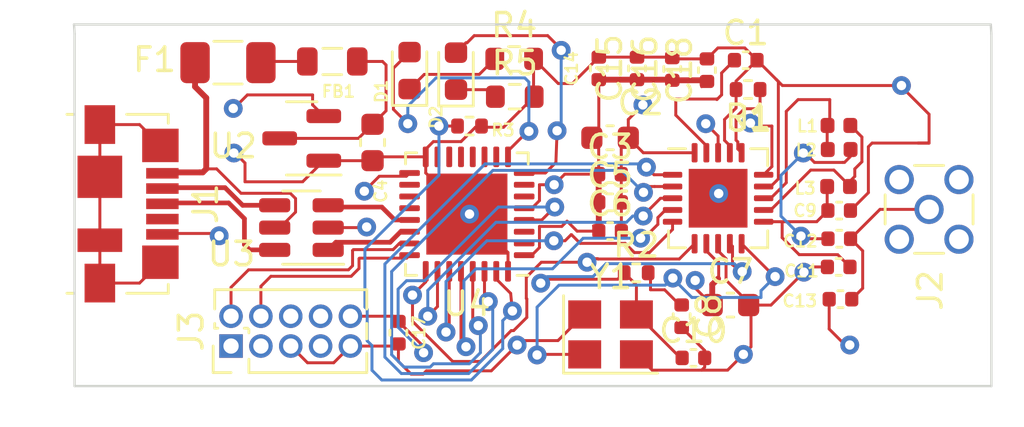
<source format=kicad_pcb>
(kicad_pcb (version 20221018) (generator pcbnew)
  (layers (0 "F.Cu" signal) (1 "In1.Cu" power) (2 "In2.Cu" power) (31 "B.Cu" signal) (34 "B.Paste" user) (35 "F.Paste" user) (36 "B.SilkS" user "B.Silkscreen") (37 "F.SilkS" user "F.Silkscreen") (38 "B.Mask" user) (39 "F.Mask" user) (44 "Edge.Cuts" user))
  (net 0 "")
  (net 1 "Net-(U1-DVDD)")
  (net 2 "GND")
  (net 3 "+3V3")
  (net 4 "Net-(U2-VI)")
  (net 5 "NRF_XC1")
  (net 6 "NRF_VDD_PA")
  (net 7 "NRF_XC2")
  (net 8 "Net-(J2-In)")
  (net 9 "Net-(C12-Pad2)")
  (net 10 "NRST")
  (net 11 "Net-(D1-K)")
  (net 12 "Net-(D1-A)")
  (net 13 "Net-(D2-K)")
  (net 14 "Net-(D2-A)")
  (net 15 "Net-(F1-Pad1)")
  (net 16 "+5V")
  (net 17 "USB_CONN_D-")
  (net 18 "USB_CONN_D+")
  (net 20 "unconnected-(J1-Shield-Pad6)")
  (net 21 "SWDIO")
  (net 22 "SWCLK")
  (net 26 "NRF_ANT2")
  (net 27 "NRF_ANT1")
  (net 28 "Net-(U1-IREF)")
  (net 29 "Net-(U4-PH3)")
  (net 30 "NRF_CE")
  (net 31 "SPI3_!CS")
  (net 32 "SPI3_SCK")
  (net 33 "SPI3_MOSI")
  (net 34 "SPI3_MISO")
  (net 35 "NRF_IRQ")
  (net 36 "USB_D+")
  (net 37 "USB_D-")
  (footprint "Capacitor_SMD:C_0603_1608Metric" (layer "F.Cu") (at 97.9 81.55)
    (fp_text reference "C7")
    (fp_text value "10u")
  )
  (footprint "Inductor_SMD:L_0805_2012Metric" (layer "F.Cu") (at 80.9625 71.175 180)
    (fp_text reference "FB1")
    (fp_text value "100 @ 100MHz")
  )
  (footprint "Capacitor_SMD:C_0402_1005Metric" (layer "F.Cu") (at 96.325 83.8)
    (fp_text reference "C10")
    (fp_text value "12p")
  )
  (footprint "Capacitor_SMD:C_0402_1005Metric" (layer "F.Cu") (at 92.775 75.975)
    (fp_text reference "C3")
    (fp_text value "10n")
  )
  (footprint "Capacitor_SMD:C_0402_1005Metric" (layer "F.Cu") (at 98.55 71.12)
    (fp_text reference "C1")
    (fp_text value "33n")
  )
  (footprint "Capacitor_SMD:C_0402_1005Metric" (layer "F.Cu") (at 102.505 79.925)
    (fp_text reference "C11")
    (fp_text value "4p7")
  )
  (footprint "Inductor_SMD:L_0402_1005Metric" (layer "F.Cu") (at 102.525 74.925)
    (fp_text reference "L2")
    (fp_text value "3n9")
  )
  (footprint "Capacitor_SMD:C_0603_1608Metric" (layer "F.Cu") (at 82.675 74.625 -90)
    (fp_text reference "C4")
    (fp_text value "10u")
  )
  (footprint "Connector_Coaxial:MMCX_Molex_73415-1471_Vertical" (layer "F.Cu") (at 106.35 77.475 90)
    (fp_text reference "J2")
    (fp_text value "SMA")
  )
  (footprint "Package_DFN_QFN:QFN-32-1EP_5x5mm_P0.5mm_EP3.45x3.45mm" (layer "F.Cu") (at 86.6875 77.675 180)
    (fp_text reference "U4")
    (fp_text value "STM32L432KBU6")
  )
  (footprint "Capacitor_SMD:C_0402_1005Metric" (layer "F.Cu") (at 96.9 71.545 90)
    (fp_text reference "C18")
    (fp_text value "100n")
  )
  (footprint "LED_SMD:LED_0603_1608Metric" (layer "F.Cu") (at 84.25 71.5625 90)
    (fp_text reference "D1")
    (fp_text value "GR")
  )
  (footprint "Crystal:Crystal_SMD_3225-4Pin_3.2x2.5mm" (layer "F.Cu") (at 92.8 82.8)
    (fp_text reference "Y1")
    (fp_text value "16MHz")
  )
  (footprint "Fuse:Fuse_1206_3216Metric" (layer "F.Cu") (at 76.525 71.225 180)
    (fp_text reference "F1")
    (fp_text value "100mA")
  )
  (footprint "Resistor_SMD:R_0402_1005Metric" (layer "F.Cu") (at 93.89 80.175)
    (fp_text reference "R2")
    (fp_text value "1M")
  )
  (footprint "Capacitor_SMD:C_0402_1005Metric" (layer "F.Cu") (at 102.525 77.525 180)
    (fp_text reference "C9")
    (fp_text value "2n2")
  )
  (footprint "Capacitor_SMD:C_0402_1005Metric" (layer "F.Cu") (at 92.78 78.4)
    (fp_text reference "C6")
    (fp_text value "10n")
  )
  (footprint "Capacitor_SMD:C_0402_1005Metric" (layer "F.Cu") (at 93.925 71.47 90)
    (fp_text reference "C15")
    (fp_text value "100n")
  )
  (footprint "Inductor_SMD:L_0402_1005Metric" (layer "F.Cu") (at 102.5 76.5)
    (fp_text reference "L3")
    (fp_text value "2n7")
  )
  (footprint "Resistor_SMD:R_0402_1005Metric" (layer "F.Cu") (at 98.65 72.37 180)
    (fp_text reference "R1")
    (fp_text value "22k")
  )
  (footprint "LED_SMD:LED_0603_1608Metric" (layer "F.Cu") (at 86.225 71.5875 90)
    (fp_text reference "D2")
    (fp_text value "YE")
  )
  (footprint "Capacitor_SMD:C_0402_1005Metric" (layer "F.Cu") (at 92.3 71.47 90)
    (fp_text reference "C14")
    (fp_text value "1u")
  )
  (footprint "Resistor_SMD:R_0402_1005Metric" (layer "F.Cu") (at 86.8 73.925)
    (fp_text reference "R3")
    (fp_text value "10k")
  )
  (footprint "Capacitor_SMD:C_0603_1608Metric" (layer "F.Cu") (at 92.78 74.425)
    (fp_text reference "C2")
    (fp_text value "10u")
  )
  (footprint "Resistor_SMD:R_0603_1608Metric" (layer "F.Cu") (at 88.7 71.065)
    (fp_text reference "R4")
    (fp_text value "2k2")
  )
  (footprint "Package_DFN_QFN:QFN-20-1EP_4x4mm_P0.5mm_EP2.5x2.5mm" (layer "F.Cu") (at 97.375 77)
    (fp_text reference "U1")
    (fp_text value "nRF24L01P")
  )
  (footprint "Resistor_SMD:R_0603_1608Metric" (layer "F.Cu") (at 88.725 72.675)
    (fp_text reference "R5")
    (fp_text value "2k2")
  )
  (footprint "Connector_PinHeader_1.27mm:PinHeader_2x05_P1.27mm_Vertical" (layer "F.Cu") (at 76.655 83.295 90)
    (fp_text reference "J3")
    (fp_text value "ARM 10pin")
  )
  (footprint "Capacitor_SMD:C_0402_1005Metric" (layer "F.Cu") (at 83.775 82.725 -90)
    (fp_text reference "C17")
    (fp_text value "100n")
  )
  (footprint "Capacitor_SMD:C_0402_1005Metric" (layer "F.Cu") (at 92.78 77.175)
    (fp_text reference "C5")
    (fp_text value "10n")
  )
  (footprint "Package_TO_SOT_SMD:SOT-23-6" (layer "F.Cu") (at 79.65 78.25 180)
    (fp_text reference "U3")
    (fp_text value "USBLC6-2SC6")
  )
  (footprint "Capacitor_SMD:C_0402_1005Metric" (layer "F.Cu") (at 95.825 82.025 -90)
    (fp_text reference "C8")
    (fp_text value "12p")
  )
  (footprint "Inductor_SMD:L_0402_1005Metric" (layer "F.Cu") (at 102.515 73.9)
    (fp_text reference "L1")
    (fp_text value "8n2")
  )
  (footprint "Capacitor_SMD:C_0402_1005Metric" (layer "F.Cu") (at 102.53 78.725 180)
    (fp_text reference "C12")
    (fp_text value "1p5")
  )
  (footprint "Capacitor_SMD:C_0402_1005Metric" (layer "F.Cu") (at 95.425 71.495 90)
    (fp_text reference "C16")
    (fp_text value "100n")
  )
  (footprint "Connector_USB:USB_Micro-B_Molex_47346-0001" (layer "F.Cu") (at 72.275 77.2375 -90)
    (fp_text reference "J1")
    (fp_text value "USB_B_Micro")
  )
  (footprint "Capacitor_SMD:C_0402_1005Metric" (layer "F.Cu") (at 102.58 81.3)
    (fp_text reference "C13")
    (fp_text value "1p")
  )
  (footprint "Package_TO_SOT_SMD:SOT-23" (layer "F.Cu") (at 79.6625 74.45 180)
    (fp_text reference "U2")
    (fp_text value "XC6206P332MR")
  )
  (gr_line (start 69.975 69.6) (end 108.975 69.6) (stroke (width 0.1)) (layer "Edge.Cuts"))
  (gr_line (start 108.975 69.6) (end 109 70) (stroke (width 0.1)) (layer "Edge.Cuts"))
  (gr_line (start 109 85) (end 70 85) (stroke (width 0.1)) (layer "Edge.Cuts"))
  (gr_line (start 70 85) (end 70 70) (stroke (width 0.1)) (layer "Edge.Cuts"))
  (gr_line (start 69.975 69.6) (end 70 70) (stroke (width 0.1)) (layer "Edge.Cuts"))
  (gr_line (start 109 70) (end 109 85) (stroke (width 0.1)) (layer "Edge.Cuts"))
  (segment (start 97.325 72.796091) (end 97.525 72.596091) (width 0.125) (layer "F.Cu") (net 1))
  (segment (start 95.575 73.461091) (end 95.575 72.775) (width 0.125) (layer "F.Cu") (net 1))
  (segment (start 95.575 72.775) (end 97.303909 72.775) (width 0.125) (layer "F.Cu") (net 1))
  (segment (start 96.875 75.0625) (end 96.875 74.761091) (width 0.125) (layer "F.Cu") (net 1))
  (segment (start 96.875 74.761091) (end 95.575 73.461091) (width 0.125) (layer "F.Cu") (net 1))
  (segment (start 97.525 71.665) (end 98.07 71.12) (width 0.125) (layer "F.Cu") (net 1))
  (segment (start 97.303909 72.775) (end 97.325 72.796091) (width 0.125) (layer "F.Cu") (net 1))
  (segment (start 97.525 72.596091) (end 97.525 71.665) (width 0.125) (layer "F.Cu") (net 1))
  (segment (start 97.3675 70.5975) (end 98.5075 70.5975) (width 0.125) (layer "F.Cu") (net 2))
  (segment (start 82.425 78.225) (end 82.4 78.25) (width 0.125) (layer "F.Cu") (net 2))
  (segment (start 89.525 71.065) (end 90.575 72.115) (width 0.125) (layer "F.Cu") (net 2))
  (segment (start 99.8425 71.9325) (end 99.03 71.12) (width 0.125) (layer "F.Cu") (net 2))
  (segment (start 89.525 71.065) (end 89.525 72.65) (width 0.125) (layer "F.Cu") (net 2))
  (segment (start 95.475 71.065) (end 95.425 71.015) (width 0.125) (layer "F.Cu") (net 2))
  (segment (start 79.195 83.295) (end 79.9075 84.0075) (width 0.125) (layer "F.Cu") (net 2))
  (segment (start 82.35 78.25) (end 82.425 78.225) (width 0.125) (layer "F.Cu") (net 2))
  (segment (start 98.45 83.65) (end 98.775 83.325) (width 0.125) (layer "F.Cu") (net 2))
  (segment (start 105.175 72.2) (end 105.125 72.2) (width 0.125) (layer "F.Cu") (net 2))
  (segment (start 106.35 73.425) (end 105.175 72.25) (width 0.125) (layer "F.Cu") (net 2))
  (segment (start 105.175 72.2) (end 100.11 72.2) (width 0.125) (layer "F.Cu") (net 2))
  (segment (start 93.255 74.725) (end 93.255 75.975) (width 0.125) (layer "F.Cu") (net 2))
  (segment (start 98.14 72.37) (end 98.14 73.154886) (width 0.125) (layer "F.Cu") (net 2))
  (segment (start 87.051439 73.975) (end 86.438939 74.5875) (width 0.125) (layer "F.Cu") (net 2))
  (segment (start 76.775 75.075) (end 76.775 75.025) (width 0.125) (layer "F.Cu") (net 2))
  (segment (start 80.7875 78.25) (end 82.35 78.25) (width 0.125) (layer "F.Cu") (net 2))
  (segment (start 96.9 71.065) (end 97.3675 70.5975) (width 0.125) (layer "F.Cu") (net 2))
  (segment (start 97.875 74.761091) (end 97.875 75.0625) (width 0.125) (layer "F.Cu") (net 2))
  (segment (start 89.525 72.65) (end 89.55 72.675) (width 0.125) (layer "F.Cu") (net 2))
  (segment (start 84.823956 84.49225) (end 84.31725 84.49225) (width 0.125) (layer "F.Cu") (net 2))
  (segment (start 97.65 74.536091) (end 97.875 74.761091) (width 0.125) (layer "F.Cu") (net 2))
  (segment (start 95.425 71.015) (end 95.4 70.99) (width 0.125) (layer "F.Cu") (net 2))
  (segment (start 105.125 72.2) (end 105.175 72.25) (width 0.125) (layer "F.Cu") (net 2))
  (segment (start 99.9375 72.0275) (end 99.8425 71.9325) (width 0.125) (layer "F.Cu") (net 2))
  (segment (start 103.7675 74.8075) (end 103.7675 76.7625) (width 0.125) (layer "F.Cu") (net 2))
  (segment (start 102.1 80) (end 102.025 79.925) (width 0.125) (layer "F.Cu") (net 2))
  (segment (start 98.14 72.01) (end 99.03 71.12) (width 0.125) (layer "F.Cu") (net 2))
  (segment (start 106.35 74.65) (end 106.35 73.425) (width 0.125) (layer "F.Cu") (net 2))
  (segment (start 77.25 76.3) (end 77.25 75.5) (width 0.125) (layer "F.Cu") (net 2))
  (segment (start 105.175 72.25) (end 105.175 72.2) (width 0.125) (layer "F.Cu") (net 2))
  (segment (start 97.7775 84.3225) (end 98.45 83.65) (width 0.125) (layer "F.Cu") (net 2))
  (segment (start 76.825 75.075) (end 76.775 75.075) (width 0.125) (layer "F.Cu") (net 2))
  (segment (start 102.025 79.925) (end 101.25 79.925) (width 0.125) (layer "F.Cu") (net 2))
  (segment (start 96.9 71.065) (end 95.475 71.065) (width 0.125) (layer "F.Cu") (net 2))
  (segment (start 101.025 80.15) (end 101.075 80.1) (width 0.125) (layer "F.Cu") (net 2))
  (segment (start 76.05 78.5) (end 76.15 78.6) (width 0.125) (layer "F.Cu") (net 2))
  (segment (start 84.31725 84.49225) (end 83.775 83.95) (width 0.125) (layer "F.Cu") (net 2))
  (segment (start 102.95 83.25) (end 102.975 83.225) (width 0.125) (layer "F.Cu") (net 2))
  (segment (start 89.55 72.675) (end 88.25 73.975) (width 0.125) (layer "F.Cu") (net 2))
  (segment (start 88.4375 79.3125) (end 88.4375 80.1125) (width 0.125) (layer "F.Cu") (net 2))
  (segment (start 85.261091 74.5875) (end 84.9375 74.911091) (width 0.125) (layer "F.Cu") (net 2))
  (segment (start 95.4 70.99) (end 93.925 70.99) (width 0.125) (layer "F.Cu") (net 2))
  (segment (start 88.25 73.975) (end 87.051439 73.975) (width 0.125) (layer "F.Cu") (net 2))
  (segment (start 93.555 73.645) (end 93.555 74.425) (width 0.125) (layer "F.Cu") (net 2))
  (segment (start 79.7 76.3) (end 77.25 76.3) (width 0.125) (layer "F.Cu") (net 2))
  (segment (start 99.9375 76.176409) (end 99.9375 72.0275) (width 0.125) (layer "F.Cu") (net 2))
  (segment (start 88.825517 83.251224) (end 87.726741 84.35) (width 0.125) (layer "F.Cu") (net 2))
  (segment (start 97.65 73.644886) (end 97.65 74.536091) (width 0.125) (layer "F.Cu") (net 2))
  (segment (start 76.775 75.025) (end 76.8 75.05) (width 0.125) (layer "F.Cu") (net 2))
  (segment (start 98.5075 70.5975) (end 99.03 71.12) (width 0.125) (layer "F.Cu") (net 2))
  (segment (start 102.975 83.25) (end 102.95 83.25) (width 0.125) (layer "F.Cu") (net 2))
  (segment (start 90.5625 83.0625) (end 91.675 81.95) (width 0.125) (layer "F.Cu") (net 2))
  (segment (start 93.255 77.17) (end 93.26 77.175) (width 0.125) (layer "F.Cu") (net 2))
  (segment (start 97.7125 80.4875) (end 98.775 81.55) (width 0.125) (layer "F.Cu") (net 2))
  (segment (start 98.775 83.325) (end 98.775 81.55) (width 0.125) (layer "F.Cu") (net 2))
  (segment (start 96.675 84.3225) (end 97.7775 84.3225) (width 0.125) (layer "F.Cu") (net 2))
  (segment (start 103.925 74.65) (end 103.7675 74.8075) (width 0.125) (layer "F.Cu") (net 2))
  (segment (start 99.3125 76.5) (end 99.613909 76.5) (width 0.125) (layer "F.Cu") (net 2))
  (segment (start 102.1 81.3) (end 101.925 81.125) (width 0.125) (layer "F.Cu") (net 2))
  (segment (start 96.805 84.1925) (end 96.675 84.3225) (width 0.125) (layer "F.Cu") (net 2))
  (segment (start 83.775 83.95) (end 83.775 83.205) (width 0.125) (layer "F.Cu") (net 2))
  (segment (start 101.025 80.15) (end 99.625 81.55) (width 0.125) (layer "F.Cu") (net 2))
  (segment (start 99.625 81.55) (end 98.675 81.55) (width 0.125) (layer "F.Cu") (net 2))
  (segment (start 94.1925 75.0625) (end 93.555 74.425) (width 0.125) (layer "F.Cu") (net 2))
  (segment (start 82.8375 75.2375) (end 82.675 75.4) (width 0.125) (layer "F.Cu") (net 2))
  (segment (start 102.975 83.25) (end 102.78 83.25) (width 0.125) (layer "F.Cu") (net 2))
  (segment (start 93.9 83.65) (end 94.5725 84.3225) (width 0.125) (layer "F.Cu") (net 2))
  (segment (start 100.11 72.2) (end 99.8425 71.9325) (width 0.125) (layer "F.Cu") (net 2))
  (segment (start 86.8 77.675) (end 86.6875 77.675) (width 0.125) (layer "F.Cu") (net 2))
  (segment (start 82.675 75.4) (end 80.6 75.4) (width 0.125) (layer "F.Cu") (net 2))
  (segment (start 93.555 74.425) (end 93.255 74.725) (width 0.125) (layer "F.Cu") (net 2))
  (segment (start 101.25 79.925) (end 101.025 80.15) (width 0.125) (layer "F.Cu") (net 2))
  (segment (start 90.575 72.115) (end 91.175 72.115) (width 0.125) (layer "F.Cu") (net 2))
  (segment (start 97.375 79.238909) (end 97.7125 79.576409) (width 0.125) (layer "F.Cu") (net 2))
  (segment (start 97.7125 79.576409) (end 97.7125 80.4875) (width 0.125) (layer "F.Cu") (net 2))
  (segment (start 84.966206 84.35) (end 84.823956 84.49225) (width 0.125) (layer "F.Cu") (net 2))
  (segment (start 96.805 83.485) (end 96.805 83.8) (width 0.125) (layer "F.Cu") (net 2))
  (segment (start 84.9375 75.2375) (end 82.8375 75.2375) (width 0.125) (layer "F.Cu") (net 2))
  (segment (start 88.825517 83.251224) (end 89.014241 83.0625) (width 0.125) (layer "F.Cu") (net 2))
  (segment (start 102.1 81.3) (end 102.1 82.57) (width 0.125) (layer "F.Cu") (net 2))
  (segment (start 94.5725 84.3225) (end 96.675 84.3225) (width 0.125) (layer "F.Cu") (net 2))
  (segment (start 99.613909 76.5) (end 99.9375 76.176409) (width 0.125) (layer "F.Cu") (net 2))
  (segment (start 81.0225 84.0075) (end 81.735 83.295) (width 0.125) (layer "F.Cu") (net 2))
  (segment (start 77.25 75.5) (end 76.825 75.075) (width 0.125) (layer "F.Cu") (net 2))
  (segment (start 98.14 73.154886) (end 97.65 73.644886) (width 0.125) (layer "F.Cu") (net 2))
  (segment (start 74.175 78.5) (end 76.05 78.5) (width 0.125) (layer "F.Cu") (net 2))
  (segment (start 95.825 82.505) (end 96.805 83.485) (width 0.125) (layer "F.Cu") (net 2))
  (segment (start 82.4 78.25) (end 82.375 78.25) (width 0.125) (layer "F.Cu") (net 2))
  (segment (start 98.14 72.37) (end 98.14 72.01) (width 0.125) (layer "F.Cu") (net 2))
  (segment (start 103.7675 76.7625) (end 103.005 77.525) (width 0.125) (layer "F.Cu") (net 2))
  (segment (start 94.175 73.025) (end 93.555 73.645) (width 0.125) (layer "F.Cu") (net 2))
  (segment (start 83.685 83.295) (end 81.735 83.295) (width 0.125) (layer "F.Cu") (net 2))
  (segment (start 86.438939 74.5875) (end 85.261091 74.5875) (width 0.125) (layer "F.Cu") (net 2))
  (segment (start 80.6 75.4) (end 79.7 76.3) (width 0.125) (layer "F.Cu") (net 2))
  (segment (start 84.9375 75.925) (end 86.8 77.675) (width 0.125) (layer "F.Cu") (net 2))
  (segment (start 102.975 83.225) (end 102.975 83.25) (width 0.125) (layer "F.Cu") (net 2))
  (segment (start 96.375 75.0625) (end 94.1925 75.0625) (width 0.125) (layer "F.Cu") (net 2))
  (segment (start 91.675 81.95) (end 91.7 81.95) (width 0.125) (layer "F.Cu") (net 2))
  (segment (start 97.375 78.9375) (end 97.375 79.238909) (width 0.125) (layer "F.Cu") (net 2))
  (segment (start 79.9075 84.0075) (end 81.0225 84.0075) (width 0.125) (layer "F.Cu") (net 2))
  (segment (start 86.8 77.675) (end 88.4375 79.3125) (width 0.125) (layer "F.Cu") (net 2))
  (segment (start 89.014241 83.0625) (end 90.5625 83.0625) (width 0.125) (layer "F.Cu") (net 2))
  (segment (start 93.255 75.975) (end 93.255 77.17) (width 0.125) (layer "F.Cu") (net 2))
  (segment (start 87.726741 84.35) (end 84.966206 84.35) (width 0.125) (layer "F.Cu") (net 2))
  (segment (start 84.9375 74.911091) (end 84.9375 75.2375) (width 0.125) (layer "F.Cu") (net 2))
  (segment (start 93.26 77.175) (end 93.26 78.4) (width 0.125) (layer "F.Cu") (net 2))
  (segment (start 93.925 70.99) (end 92.3 70.99) (width 0.125) (layer "F.Cu") (net 2))
  (segment (start 105.88 74.65) (end 106.35 74.65) (width 0.125) (layer "F.Cu") (net 2))
  (segment (start 106.35 74.65) (end 103.925 74.65) (width 0.125) (layer "F.Cu") (net 2))
  (segment (start 83.775 83.205) (end 83.685 83.295) (width 0.125) (layer "F.Cu") (net 2))
  (segment (start 102.78 83.25) (end 102.1 82.57) (width 0.125) (layer "F.Cu") (net 2))
  (segment (start 84.9375 75.2375) (end 84.9375 75.925) (width 0.125) (layer "F.Cu") (net 2))
  (segment (start 91.175 72.115) (end 92.3 70.99) (width 0.125) (layer "F.Cu") (net 2))
  (segment (start 96.805 83.8) (end 96.805 84.1925) (width 0.125) (layer "F.Cu") (net 2))
  (via (at 98.45 83.65) (size 0.8) (drill 0.4) (layers "F.Cu" "B.Cu") (net 2))
  (via (at 102.975 83.25) (size 0.8) (drill 0.4) (layers "F.Cu" "B.Cu") (net 2))
  (via (at 105.175 72.2) (size 0.8) (drill 0.4) (layers "F.Cu" "B.Cu") (net 2))
  (via (at 86.8 77.675) (size 0.8) (drill 0.4) (layers "F.Cu" "B.Cu") (net 2))
  (via (at 94.175 73.025) (size 0.8) (drill 0.4) (layers "F.Cu" "B.Cu") (net 2))
  (via (at 88.825517 83.251224) (size 0.8) (drill 0.4) (layers "F.Cu" "B.Cu") (net 2))
  (via (at 82.425 78.225) (size 0.8) (drill 0.4) (layers "F.Cu" "B.Cu") (net 2))
  (via (at 101.025 80.15) (size 0.8) (drill 0.4) (layers "F.Cu" "B.Cu") (net 2))
  (via (at 76.775 75.075) (size 0.8) (drill 0.4) (layers "F.Cu" "B.Cu") (net 2))
  (via (at 76.15 78.6) (size 0.8) (drill 0.4) (layers "F.Cu" "B.Cu") (net 2))
  (via (at 97.4 76.8) (size 0.8) (drill 0.4) (layers "F.Cu" "B.Cu") (net 2))
  (segment (start 99.6625 73.925) (end 98.825 73.925) (width 0.125) (layer "F.Cu") (net 3))
  (segment (start 96.3 80.725) (end 96.4 80.5) (width 0.125) (layer "F.Cu") (net 3))
  (segment (start 97.4 79.725) (end 97.4 80.4) (width 0.125) (layer "F.Cu") (net 3))
  (segment (start 90.4 76.425) (end 89.775 76.425) (width 0.125) (layer "F.Cu") (net 3))
  (segment (start 97.375 75.0625) (end 97.375 74.35) (width 0.125) (layer "F.Cu") (net 3))
  (segment (start 76.75 73.2) (end 76.8 73.15) (width 0.125) (layer "F.Cu") (net 3))
  (segment (start 91.375 78.4) (end 92.3 78.4) (width 0.125) (layer "F.Cu") (net 3))
  (segment (start 89.125 79.425) (end 89.451409 79.425) (width 0.125) (layer "F.Cu") (net 3))
  (segment (start 92.295 74.715) (end 92.005 74.425) (width 0.125) (layer "F.Cu") (net 3))
  (segment (start 89.775 78.2) (end 90.725 78.2) (width 0.125) (layer "F.Cu") (net 3))
  (segment (start 90.95 77.975) (end 91.375 78.4) (width 0.125) (layer "F.Cu") (net 3))
  (segment (start 96.85 71.975) (end 96.9 72.025) (width 0.25) (layer "F.Cu") (net 3))
  (segment (start 97.375 74.35) (end 96.85 73.825) (width 0.125) (layer "F.Cu") (net 3))
  (segment (start 92.295 75.975) (end 92.295 77.17) (width 0.25) (layer "F.Cu") (net 3))
  (segment (start 92.295 75.975) (end 92.295 74.715) (width 0.125) (layer "F.Cu") (net 3))
  (segment (start 82.9625 76.0625) (end 82.325 76.7) (width 0.125) (layer "F.Cu") (net 3))
  (segment (start 92.295 75.975) (end 90.85 75.975) (width 0.125) (layer "F.Cu") (net 3))
  (segment (start 95.425 71.975) (end 96.85 71.975) (width 0.25) (layer "F.Cu") (net 3))
  (segment (start 90.85 75.975) (end 90.4 76.425) (width 0.125) (layer "F.Cu") (net 3))
  (segment (start 80.125 73.025) (end 80.125 72.6) (width 0.125) (layer "F.Cu") (net 3))
  (segment (start 92.3 71.95) (end 92.3 74.13) (width 0.125) (layer "F.Cu") (net 3))
  (segment (start 80.6 73.5) (end 80.125 73.025) (width 0.125) (layer "F.Cu") (net 3))
  (segment (start 89.775 77.101409) (end 89.451409 77.425) (width 0.125) (layer "F.Cu") (net 3))
  (segment (start 96.85 73.825) (end 96.875 73.85) (width 0.125) (layer "F.Cu") (net 3))
  (segment (start 98.825 73.925) (end 98.75 73.85) (width 0.125) (layer "F.Cu") (net 3))
  (segment (start 89.775 76.425) (end 89.775 77.101409) (width 0.125) (layer "F.Cu") (net 3))
  (segment (start 97.125 80.675) (end 97.125 81.55) (width 0.25) (layer "F.Cu") (net 3))
  (segment (start 89.125 77.425) (end 89.451409 77.425) (width 0.125) (layer "F.Cu") (net 3))
  (segment (start 80.125 72.6) (end 77.35 72.6) (width 0.125) (layer "F.Cu") (net 3))
  (segment (start 97.361091 79.725) (end 97.4 79.725) (width 0.125) (layer "F.Cu") (net 3))
  (segment (start 84.1125 76.0625) (end 82.9625 76.0625) (width 0.125) (layer "F.Cu") (net 3))
  (segment (start 89.451409 79.425) (end 89.775 79.101409) (width 0.125) (layer "F.Cu") (net 3))
  (segment (start 96.875 78.9375) (end 96.875 79.238909) (width 0.125) (layer "F.Cu") (net 3))
  (segment (start 76.775 73.175) (end 76.75 73.175) (width 0.125) (layer "F.Cu") (net 3))
  (segment (start 92.075 78.175) (end 92.3 78.4) (width 0.125) (layer "F.Cu") (net 3))
  (segment (start 96.4 80.5) (end 96.3 80.6) (width 0.125) (layer "F.Cu") (net 3))
  (segment (start 92.3 77.175) (end 92.3 78.4) (width 0.25) (layer "F.Cu") (net 3))
  (segment (start 92.295 77.17) (end 92.3 77.175) (width 0.25) (layer "F.Cu") (net 3))
  (segment (start 97.125 81.55) (end 96.3 80.725) (width 0.125) (layer "F.Cu") (net 3))
  (segment (start 97.4 80.4) (end 97.375 80.425) (width 0.125) (layer "F.Cu") (net 3))
  (segment (start 96.875 79.238909) (end 97.361091 79.725) (width 0.125) (layer "F.Cu") (net 3))
  (segment (start 89.775 79.101409) (end 89.775 78.2) (width 0.125) (layer "F.Cu") (net 3))
  (segment (start 96.9 72.025) (end 96.675 72.25) (width 0.125) (layer "F.Cu") (net 3))
  (segment (start 98.7 73.8) (end 98.7 73.8) (width 0.125) (layer "F.Cu") (net 3))
  (segment (start 99.3125 76) (end 99.6625 75.65) (width 0.125) (layer "F.Cu") (net 3))
  (segment (start 92.3 71.95) (end 93.925 71.95) (width 0.25) (layer "F.Cu") (net 3))
  (segment (start 92.3 74.13) (end 92.005 74.425) (width 0.125) (layer "F.Cu") (net 3))
  (segment (start 95.4 71.95) (end 95.425 71.975) (width 0.25) (layer "F.Cu") (net 3))
  (segment (start 77.35 72.6) (end 76.775 73.175) (width 0.125) (layer "F.Cu") (net 3))
  (segment (start 98.75 73.85) (end 98.75 73.8) (width 0.125) (layer "F.Cu") (net 3))
  (segment (start 93.925 71.95) (end 95.4 71.95) (width 0.25) (layer "F.Cu") (net 3))
  (segment (start 90.725 78.2) (end 90.95 77.975) (width 0.125) (layer "F.Cu") (net 3))
  (segment (start 97.375 80.425) (end 97.125 80.675) (width 0.25) (layer "F.Cu") (net 3))
  (segment (start 99.6625 75.65) (end 99.6625 73.925) (width 0.125) (layer "F.Cu") (net 3))
  (segment (start 84.25 75.925) (end 84.1125 76.0625) (width 0.125) (layer "F.Cu") (net 3))
  (segment (start 76.75 73.175) (end 76.75 73.2) (width 0.125) (layer "F.Cu") (net 3))
  (segment (start 98.75 73.8) (end 98.7 73.8) (width 0.125) (layer "F.Cu") (net 3))
  (via (at 76.75 73.175) (size 0.8) (drill 0.4) (layers "F.Cu" "B.Cu") (net 3))
  (via (at 82.325 76.7) (size 0.8) (drill 0.4) (layers "F.Cu" "B.Cu") (net 3))
  (via (at 98.75 73.8) (size 0.8) (drill 0.4) (layers "F.Cu" "B.Cu") (net 3))
  (via (at 96.85 73.825) (size 0.8) (drill 0.4) (layers "F.Cu" "B.Cu") (net 3))
  (via (at 90.4 76.425) (size 0.8) (drill 0.4) (layers "F.Cu" "B.Cu") (net 3))
  (via (at 96.4 80.5) (size 0.8) (drill 0.4) (layers "F.Cu" "B.Cu") (net 3))
  (segment (start 82.075 74.45) (end 78.725 74.45) (width 0.125) (layer "F.Cu") (net 4))
  (segment (start 83.25 71.325) (end 83.25 73.275) (width 0.125) (layer "F.Cu") (net 4))
  (segment (start 82.675 73.85) (end 82.075 74.45) (width 0.125) (layer "F.Cu") (net 4))
  (segment (start 82.025 71.175) (end 83.1 71.175) (width 0.125) (layer "F.Cu") (net 4))
  (segment (start 83.1 71.175) (end 83.25 71.325) (width 0.125) (layer "F.Cu") (net 4))
  (segment (start 83.25 73.275) (end 82.675 73.85) (width 0.125) (layer "F.Cu") (net 4))
  (segment (start 99.8005 80.338079) (end 99.775579 80.338079) (width 0.125) (layer "F.Cu") (net 5))
  (segment (start 89.7 83.65) (end 89.725 83.65) (width 0.125) (layer "F.Cu") (net 5))
  (segment (start 89.75 83.65) (end 89.675 83.675) (width 0.125) (layer "F.Cu") (net 5))
  (segment (start 99.775579 80.338079) (end 98.375 78.9375) (width 0.125) (layer "F.Cu") (net 5))
  (segment (start 95.1 80.9) (end 95.745 81.545) (width 0.125) (layer "F.Cu") (net 5))
  (segment (start 94.5 80.225) (end 94.5 80.9) (width 0.125) (layer "F.Cu") (net 5))
  (segment (start 95.745 81.545) (end 95.825 81.545) (width 0.125) (layer "F.Cu") (net 5))
  (segment (start 91.7 83.65) (end 89.75 83.65) (width 0.125) (layer "F.Cu") (net 5))
  (segment (start 94.5 80.9) (end 95.1 80.9) (width 0.125) (layer "F.Cu") (net 5))
  (segment (start 95.825 81.545) (end 95.8675 81.5875) (width 0.125) (layer "F.Cu") (net 5))
  (segment (start 99.8005 80.338079) (end 99.537421 80.075) (width 0.125) (layer "F.Cu") (net 5))
  (segment (start 89.675 83.675) (end 89.7 83.65) (width 0.125) (layer "F.Cu") (net 5))
  (via (at 89.675 83.675) (size 0.8) (drill 0.4) (layers "F.Cu" "B.Cu") (net 5))
  (via (at 99.8005 80.338079) (size 0.8) (drill 0.4) (layers "F.Cu" "B.Cu") (net 5))
  (via (at 95.45 80.4) (size 0.8) (drill 0.4) (layers "F.Cu" "B.Cu") (net 5))
  (segment (start 95.45 80.416206) (end 95.45 80.4) (width 0.125) (layer "B.Cu") (net 5))
  (segment (start 95.45 80.375) (end 95.45 80.375) (width 0.125) (layer "B.Cu") (net 5))
  (segment (start 99.2 80.938579) (end 99.2 81.225) (width 0.125) (layer "B.Cu") (net 5))
  (segment (start 89.675 81.636612) (end 90.611612 80.7) (width 0.125) (layer "B.Cu") (net 5))
  (segment (start 95.425 80.4) (end 95.45 80.4) (width 0.125) (layer "B.Cu") (net 5))
  (segment (start 89.675 83.675) (end 89.675 81.636612) (width 0.125) (layer "B.Cu") (net 5))
  (segment (start 95.45 80.4) (end 95.45 80.375) (width 0.125) (layer "B.Cu") (net 5))
  (segment (start 96.258794 81.225) (end 95.45 80.416206) (width 0.125) (layer "B.Cu") (net 5))
  (segment (start 94.025 80.7) (end 95.125 80.7) (width 0.125) (layer "B.Cu") (net 5))
  (segment (start 99.2 81.225) (end 96.258794 81.225) (width 0.125) (layer "B.Cu") (net 5))
  (segment (start 99.8005 80.338079) (end 99.2 80.938579) (width 0.125) (layer "B.Cu") (net 5))
  (segment (start 95.125 80.7) (end 95.425 80.4) (width 0.125) (layer "B.Cu") (net 5))
  (segment (start 90.611612 80.7) (end 94.025 80.7) (width 0.125) (layer "B.Cu") (net 5))
  (segment (start 102.015 76.5) (end 102.015 77.495) (width 0.125) (layer "F.Cu") (net 6))
  (segment (start 102.015 77.495) (end 102.045 77.525) (width 0.125) (layer "F.Cu") (net 6))
  (segment (start 100.824294 79.4025) (end 100.1 78.678206) (width 0.125) (layer "F.Cu") (net 6))
  (segment (start 100.1 78.678206) (end 100.1 78) (width 0.125) (layer "F.Cu") (net 6))
  (segment (start 100.1 78) (end 99.3125 78) (width 0.125) (layer "F.Cu") (net 6))
  (segment (start 102.045 77.525) (end 101.57 78) (width 0.125) (layer "F.Cu") (net 6))
  (segment (start 102.4625 79.4025) (end 100.824294 79.4025) (width 0.125) (layer "F.Cu") (net 6))
  (segment (start 102.985 79.925) (end 102.4625 79.4025) (width 0.125) (layer "F.Cu") (net 6))
  (segment (start 101.57 78) (end 100.1 78) (width 0.125) (layer "F.Cu") (net 6))
  (segment (start 95.775 83.8) (end 95.845 83.8) (width 0.125) (layer "F.Cu") (net 7))
  (segment (start 93.925 81.95) (end 95.775 83.8) (width 0.125) (layer "F.Cu") (net 7))
  (segment (start 89.996692 80.45) (end 93.105 80.45) (width 0.125) (layer "F.Cu") (net 7))
  (segment (start 89.828614 80.618078) (end 89.996692 80.45) (width 0.125) (layer "F.Cu") (net 7))
  (segment (start 93.105 80.45) (end 93.38 80.175) (width 0.125) (layer "F.Cu") (net 7))
  (segment (start 97.875 78.9375) (end 97.9875 79.05) (width 0.125) (layer "F.Cu") (net 7))
  (segment (start 93.9 81.95) (end 93.925 81.95) (width 0.125) (layer "F.Cu") (net 7))
  (segment (start 93.38 80.175) (end 93.9 80.695) (width 0.125) (layer "F.Cu") (net 7))
  (segment (start 98.4 80.125) (end 98.2 80.05) (width 0.125) (layer "F.Cu") (net 7))
  (segment (start 93.9 80.695) (end 93.9 81.95) (width 0.125) (layer "F.Cu") (net 7))
  (segment (start 97.9875 79.8375) (end 98.4 80.125) (width 0.125) (layer "F.Cu") (net 7))
  (segment (start 97.9875 79.05) (end 97.9875 79.8375) (width 0.125) (layer "F.Cu") (net 7))
  (via (at 89.828614 80.618078) (size 0.8) (drill 0.4) (layers "F.Cu" "B.Cu") (net 7))
  (via (at 98.4 80.125) (size 0.8) (drill 0.4) (layers "F.Cu" "B.Cu") (net 7))
  (segment (start 98.0625 79.7875) (end 98.4 80.125) (width 0.125) (layer "B.Cu") (net 7))
  (segment (start 92.053706 80.3375) (end 92.603706 79.7875) (width 0.125) (layer "B.Cu") (net 7))
  (segment (start 90.109192 80.3375) (end 92.053706 80.3375) (width 0.125) (layer "B.Cu") (net 7))
  (segment (start 89.828614 80.618078) (end 90.109192 80.3375) (width 0.125) (layer "B.Cu") (net 7))
  (segment (start 92.603706 79.7875) (end 98.0625 79.7875) (width 0.125) (layer "B.Cu") (net 7))
  (segment (start 103.06 81.3) (end 103.525 80.835) (width 0.125) (layer "F.Cu") (net 8))
  (segment (start 103.01 78.725) (end 104.26 77.475) (width 0.125) (layer "F.Cu") (net 8))
  (segment (start 103.01 78.725) (end 103.2 78.725) (width 0.125) (layer "F.Cu") (net 8))
  (segment (start 103.525 79.24) (end 103.01 78.725) (width 0.125) (layer "F.Cu") (net 8))
  (segment (start 104.26 77.475) (end 106.55 77.475) (width 0.125) (layer "F.Cu") (net 8))
  (segment (start 103.525 80.835) (end 103.525 79.24) (width 0.125) (layer "F.Cu") (net 8))
  (segment (start 101.013 78.725) (end 102.05 78.725) (width 0.125) (layer "F.Cu") (net 9))
  (segment (start 102.675 75.475) (end 101.475 75.475) (width 0.125) (layer "F.Cu") (net 9))
  (segment (start 101 75.075) (end 101 75) (width 0.125) (layer "F.Cu") (net 9))
  (segment (start 101 75) (end 101.05 75.05) (width 0.125) (layer "F.Cu") (net 9))
  (segment (start 102.75 75.475) (end 102.675 75.475) (width 0.125) (layer "F.Cu") (net 9))
  (segment (start 101.075 75.075) (end 101 75.075) (width 0.125) (layer "F.Cu") (net 9))
  (segment (start 101.475 75.475) (end 101.075 75.075) (width 0.125) (layer "F.Cu") (net 9))
  (segment (start 100.9 78.612) (end 101.013 78.725) (width 0.125) (layer "F.Cu") (net 9))
  (segment (start 102.985 74.95) (end 102.985 75.24) (width 0.125) (layer "F.Cu") (net 9))
  (segment (start 102.985 75.24) (end 102.75 75.475) (width 0.125) (layer "F.Cu") (net 9))
  (via (at 100.9 78.612) (size 0.8) (drill 0.4) (layers "F.Cu" "B.Cu") (net 9))
  (via (at 101 75.075) (size 0.8) (drill 0.4) (layers "F.Cu" "B.Cu") (net 9))
  (segment (start 100.9 78.612) (end 100.05 77.762) (width 0.125) (layer "B.Cu") (net 9))
  (segment (start 100.05 77.762) (end 100.05 76.025) (width 0.125) (layer "B.Cu") (net 9))
  (segment (start 100.05 76.025) (end 101 75.075) (width 0.125) (layer "B.Cu") (net 9))
  (segment (start 84.846647 83.578353) (end 84.846647 83.316647) (width 0.125) (layer "F.Cu") (net 10))
  (segment (start 83.555 82.025) (end 81.735 82.025) (width 0.125) (layer "F.Cu") (net 10))
  (segment (start 84.846647 83.316647) (end 83.775 82.245) (width 0.125) (layer "F.Cu") (net 10))
  (segment (start 90.4255 77.374137) (end 89.874637 77.925) (width 0.125) (layer "F.Cu") (net 10))
  (segment (start 89.874637 77.925) (end 89.125 77.925) (width 0.125) (layer "F.Cu") (net 10))
  (segment (start 83.775 82.245) (end 83.555 82.025) (width 0.125) (layer "F.Cu") (net 10))
  (via (at 84.846647 83.578353) (size 0.8) (drill 0.4) (layers "F.Cu" "B.Cu") (net 10))
  (via (at 90.4255 77.374137) (size 0.8) (drill 0.4) (layers "F.Cu" "B.Cu") (net 10))
  (segment (start 88.025863 77.374137) (end 90.4255 77.374137) (width 0.125) (layer "B.Cu") (net 10))
  (segment (start 84.8875 80.5125) (end 88.025863 77.374137) (width 0.125) (layer "B.Cu") (net 10))
  (segment (start 83.7625 82.494206) (end 83.7625 80.871294) (width 0.125) (layer "B.Cu") (net 10))
  (segment (start 84.121294 80.5125) (end 84.8875 80.5125) (width 0.125) (layer "B.Cu") (net 10))
  (segment (start 84.846647 83.578353) (end 83.7625 82.494206) (width 0.125) (layer "B.Cu") (net 10))
  (segment (start 83.7625 80.871294) (end 84.121294 80.5125) (width 0.125) (layer "B.Cu") (net 10))
  (segment (start 84.875 71.725) (end 87.215 71.725) (width 0.125) (layer "F.Cu") (net 11))
  (segment (start 84.25 72.35) (end 84.875 71.725) (width 0.125) (layer "F.Cu") (net 11))
  (segment (start 87.215 71.725) (end 87.875 71.065) (width 0.125) (layer "F.Cu") (net 11))
  (segment (start 84.25 70.775) (end 83.5625 71.4625) (width 0.125) (layer "F.Cu") (net 12))
  (segment (start 88.4375 75.2375) (end 88.4375 74.9875) (width 0.125) (layer "F.Cu") (net 12))
  (segment (start 88.4375 74.9875) (end 89.275 74.15) (width 0.125) (layer "F.Cu") (net 12))
  (segment (start 89.275 74.15) (end 89.325 74.15) (width 0.125) (layer "F.Cu") (net 12))
  (segment (start 89.325 74.15) (end 89.325 74.1) (width 0.125) (layer "F.Cu") (net 12))
  (segment (start 83.5625 73.2125) (end 84.175 73.825) (width 0.125) (layer "F.Cu") (net 12))
  (segment (start 89.325 74.1) (end 89.325 74.1) (width 0.125) (layer "F.Cu") (net 12))
  (segment (start 83.5625 71.4625) (end 83.5625 73.2125) (width 0.125) (layer "F.Cu") (net 12))
  (segment (start 84.175 73.825) (end 84.15 73.8) (width 0.125) (layer "F.Cu") (net 12))
  (via (at 89.325 74.15) (size 0.8) (drill 0.4) (layers "F.Cu" "B.Cu") (net 12))
  (via (at 84.175 73.825) (size 0.8) (drill 0.4) (layers "F.Cu" "B.Cu") (net 12))
  (segment (start 89.325 74.15) (end 89.325 72.05) (width 0.125) (layer "B.Cu") (net 12))
  (segment (start 85.375 71.875) (end 84.175 73.075) (width 0.125) (layer "B.Cu") (net 12))
  (segment (start 89.325 72.05) (end 89.15 71.875) (width 0.125) (layer "B.Cu") (net 12))
  (segment (start 84.175 73.075) (end 84.175 73.825) (width 0.125) (layer "B.Cu") (net 12))
  (segment (start 89.15 71.875) (end 85.375 71.875) (width 0.125) (layer "B.Cu") (net 12))
  (segment (start 87.6 72.375) (end 86.225 72.375) (width 0.125) (layer "F.Cu") (net 13))
  (segment (start 87.9 72.675) (end 87.6 72.375) (width 0.125) (layer "F.Cu") (net 13))
  (segment (start 90.475 75.475) (end 90.525 74.125) (width 0.125) (layer "F.Cu") (net 14))
  (segment (start 86.6475 70.3775) (end 86.6975 70.3775) (width 0.125) (layer "F.Cu") (net 14))
  (segment (start 86.225 70.8) (end 86.6475 70.3775) (width 0.125) (layer "F.Cu") (net 14))
  (segment (start 90.7 70.65) (end 90.7 70.7) (width 0.125) (layer "F.Cu") (net 14))
  (segment (start 90.025 75.925) (end 90.05 75.9) (width 0.125) (layer "F.Cu") (net 14))
  (segment (start 87 70.075) (end 90.125 70.075) (width 0.125) (layer "F.Cu") (net 14))
  (segment (start 89.125 75.925) (end 90.025 75.925) (width 0.125) (layer "F.Cu") (net 14))
  (segment (start 90.525 74.125) (end 90.475 74.1) (width 0.125) (layer "F.Cu") (net 14))
  (segment (start 90.125 70.075) (end 90.7 70.65) (width 0.125) (layer "F.Cu") (net 14))
  (segment (start 90.05 75.9) (end 90.475 75.475) (width 0.125) (layer "F.Cu") (net 14))
  (segment (start 90.7 70.7) (end 90.75 70.7) (width 0.125) (layer "F.Cu") (net 14))
  (segment (start 90.75 70.7) (end 90.7 70.65) (width 0.125) (layer "F.Cu") (net 14))
  (segment (start 86.6975 70.3775) (end 87 70.075) (width 0.125) (layer "F.Cu") (net 14))
  (via (at 90.525 74.125) (size 0.8) (drill 0.4) (layers "F.Cu" "B.Cu") (net 14))
  (via (at 90.7 70.7) (size 0.8) (drill 0.4) (layers "F.Cu" "B.Cu") (net 14))
  (segment (start 90.7 73.95) (end 90.7 70.7) (width 0.125) (layer "B.Cu") (net 14))
  (segment (start 90.525 74.125) (end 90.7 73.95) (width 0.125) (layer "B.Cu") (net 14))
  (segment (start 77.925 71.225) (end 77.975 71.175) (width 0.125) (layer "F.Cu") (net 15))
  (segment (start 77.975 71.175) (end 79.9 71.175) (width 0.125) (layer "F.Cu") (net 15))
  (segment (start 79.4 77.012348) (end 79.4 77.587652) (width 0.125) (layer "F.Cu") (net 16))
  (segment (start 75.6 75.75) (end 76.041942 75.75) (width 0.125) (layer "F.Cu") (net 16))
  (segment (start 75.325 75.9) (end 74.175 75.9) (width 0.25) (layer "F.Cu") (net 16))
  (segment (start 75.125 71.225) (end 75.125 72.25) (width 0.25) (layer "F.Cu") (net 16))
  (segment (start 77.079442 76.7875) (end 79.175152 76.7875) (width 0.125) (layer "F.Cu") (net 16))
  (segment (start 79.4 77.587652) (end 78.737652 78.25) (width 0.125) (layer "F.Cu") (net 16))
  (segment (start 76.041942 75.75) (end 77.079442 76.7875) (width 0.125) (layer "F.Cu") (net 16))
  (segment (start 75.125 72.25) (end 75.6 72.725) (width 0.25) (layer "F.Cu") (net 16))
  (segment (start 75.6 75.75) (end 75.45 75.9) (width 0.25) (layer "F.Cu") (net 16))
  (segment (start 75.6 72.725) (end 75.6 75.75) (width 0.25) (layer "F.Cu") (net 16))
  (segment (start 78.737652 78.25) (end 78.5125 78.25) (width 0.125) (layer "F.Cu") (net 16))
  (segment (start 79.175152 76.7875) (end 79.4 77.012348) (width 0.125) (layer "F.Cu") (net 16))
  (segment (start 75.45 75.9) (end 75.325 75.9) (width 0.25) (layer "F.Cu") (net 16))
  (segment (start 76.4 76.55) (end 74.175 76.55) (width 0.2) (layer "F.Cu") (net 17))
  (segment (start 77.15 77.3) (end 76.4 76.55) (width 0.2) (layer "F.Cu") (net 17))
  (segment (start 78.5125 77.3) (end 77.15 77.3) (width 0.2) (layer "F.Cu") (net 17))
  (segment (start 78.5125 79.2) (end 77.45 79.2) (width 0.2) (layer "F.Cu") (net 18))
  (segment (start 77.225 78.975) (end 77.225 77.869974) (width 0.2) (layer "F.Cu") (net 18))
  (segment (start 77.45 79.2) (end 77.225 78.975) (width 0.2) (layer "F.Cu") (net 18))
  (segment (start 77.225 77.869974) (end 76.555026 77.2) (width 0.2) (layer "F.Cu") (net 18))
  (segment (start 76.555026 77.2) (end 74.175 77.2) (width 0.2) (layer "F.Cu") (net 18))
  (segment (start 72.7625 80.6125) (end 73.65 79.725) (width 0.125) (layer "F.Cu") (net 20))
  (segment (start 71.075 73.8625) (end 72.7625 73.8625) (width 0.125) (layer "F.Cu") (net 20))
  (segment (start 71.075 76.0875) (end 71.075 78.7875) (width 0.125) (layer "F.Cu") (net 20))
  (segment (start 71.075 80.6125) (end 72.7625 80.6125) (width 0.125) (layer "F.Cu") (net 20))
  (segment (start 71.075 78.7875) (end 71.075 80.6125) (width 0.125) (layer "F.Cu") (net 20))
  (segment (start 72.7625 73.8625) (end 73.65 74.75) (width 0.125) (layer "F.Cu") (net 20))
  (segment (start 71.075 73.8625) (end 71.075 76.0875) (width 0.125) (layer "F.Cu") (net 20))
  (segment (start 83.55 79.1875) (end 81.8625 79.1875) (width 0.125) (layer "F.Cu") (net 21))
  (segment (start 84.25 78.925) (end 83.8125 78.925) (width 0.125) (layer "F.Cu") (net 21))
  (segment (start 81.825 79.225) (end 81.825 79.875) (width 0.125) (layer "F.Cu") (net 21))
  (segment (start 76.655 80.795) (end 76.655 82.025) (width 0.125) (layer "F.Cu") (net 21))
  (segment (start 81.8625 79.1875) (end 81.825 79.225) (width 0.125) (layer "F.Cu") (net 21))
  (segment (start 81.65 80.05) (end 77.4 80.05) (width 0.125) (layer "F.Cu") (net 21))
  (segment (start 83.8125 78.925) (end 83.55 79.1875) (width 0.125) (layer "F.Cu") (net 21))
  (segment (start 77.4 80.05) (end 76.655 80.795) (width 0.125) (layer "F.Cu") (net 21))
  (segment (start 81.825 79.875) (end 81.65 80.05) (width 0.125) (layer "F.Cu") (net 21))
  (segment (start 84.125 79.55) (end 82.125 79.55) (width 0.125) (layer "F.Cu") (net 22))
  (segment (start 84.25 79.425) (end 84.125 79.55) (width 0.125) (layer "F.Cu") (net 22))
  (segment (start 77.925 80.75) (end 77.925 82.025) (width 0.125) (layer "F.Cu") (net 22))
  (segment (start 81.763908 80.325) (end 78.35 80.325) (width 0.125) (layer "F.Cu") (net 22))
  (segment (start 78.35 80.325) (end 77.925 80.75) (width 0.125) (layer "F.Cu") (net 22))
  (segment (start 82.125 79.55) (end 82.1 79.575) (width 0.125) (layer "F.Cu") (net 22))
  (segment (start 82.1 79.988908) (end 81.763908 80.325) (width 0.125) (layer "F.Cu") (net 22))
  (segment (start 82.1 79.575) (end 82.1 79.988908) (width 0.125) (layer "F.Cu") (net 22))
  (segment (start 102.015 73.915) (end 102.03 73.9) (width 0.125) (layer "F.Cu") (net 26))
  (segment (start 100.275 73.3) (end 100.275 76.338909) (width 0.125) (layer "F.Cu") (net 26))
  (segment (start 99.613909 77) (end 99.3125 77) (width 0.125) (layer "F.Cu") (net 26))
  (segment (start 102.03 73.9) (end 102.125 73.805) (width 0.125) (layer "F.Cu") (net 26))
  (segment (start 102.015 74.95) (end 102.015 73.915) (width 0.125) (layer "F.Cu") (net 26))
  (segment (start 102.125 72.8) (end 100.775 72.8) (width 0.125) (layer "F.Cu") (net 26))
  (segment (start 102.125 73.805) (end 102.125 72.8) (width 0.125) (layer "F.Cu") (net 26))
  (segment (start 100.775 72.8) (end 100.275 73.3) (width 0.125) (layer "F.Cu") (net 26))
  (segment (start 100.275 76.338909) (end 99.613909 77) (width 0.125) (layer "F.Cu") (net 26))
  (segment (start 103 73.9) (end 103.4925 74.3925) (width 0.125) (layer "F.Cu") (net 27))
  (segment (start 102.3 75.8) (end 101.313909 75.8) (width 0.125) (layer "F.Cu") (net 27))
  (segment (start 103.4925 75.446617) (end 103.189117 75.75) (width 0.125) (layer "F.Cu") (net 27))
  (segment (start 99.613909 77.5) (end 99.3125 77.5) (width 0.125) (layer "F.Cu") (net 27))
  (segment (start 103.189117 75.75) (end 103.189117 76.070883) (width 0.125) (layer "F.Cu") (net 27))
  (segment (start 102.985 76.5) (end 102.985 76.485) (width 0.125) (layer "F.Cu") (net 27))
  (segment (start 103.4925 74.3925) (end 103.4925 75.446617) (width 0.125) (layer "F.Cu") (net 27))
  (segment (start 101.313909 75.8) (end 99.613909 77.5) (width 0.125) (layer "F.Cu") (net 27))
  (segment (start 102.985 76.485) (end 102.3 75.8) (width 0.125) (layer "F.Cu") (net 27))
  (segment (start 103.189117 76.070883) (end 102.985 76.275) (width 0.125) (layer "F.Cu") (net 27))
  (segment (start 98.1375 74.523591) (end 98.1375 73.546294) (width 0.125) (layer "F.Cu") (net 28))
  (segment (start 99.0875 73.1875) (end 99.16 73.115) (width 0.125) (layer "F.Cu") (net 28))
  (segment (start 98.375 75.0625) (end 98.2125 74.9) (width 0.125) (layer "F.Cu") (net 28))
  (segment (start 99.16 73.115) (end 99.16 72.37) (width 0.125) (layer "F.Cu") (net 28))
  (segment (start 98.2125 74.9) (end 98.2125 74.598591) (width 0.125) (layer "F.Cu") (net 28))
  (segment (start 98.496294 73.1875) (end 99.0875 73.1875) (width 0.125) (layer "F.Cu") (net 28))
  (segment (start 98.1375 73.546294) (end 98.496294 73.1875) (width 0.125) (layer "F.Cu") (net 28))
  (segment (start 98.2125 74.598591) (end 98.1375 74.523591) (width 0.125) (layer "F.Cu") (net 28))
  (segment (start 86.29 73.925) (end 85.5 73.925) (width 0.125) (layer "F.Cu") (net 29))
  (segment (start 87.9375 80.438909) (end 88.55 81.051409) (width 0.125) (layer "F.Cu") (net 29))
  (segment (start 87.9375 80.1125) (end 87.9375 80.438909) (width 0.125) (layer "F.Cu") (net 29))
  (segment (start 88.55 81.051409) (end 88.625 81.8) (width 0.125) (layer "F.Cu") (net 29))
  (segment (start 88.625 81.8) (end 88.55 81.725) (width 0.125) (layer "F.Cu") (net 29))
  (segment (start 85.5 73.925) (end 85.6 73.925) (width 0.125) (layer "F.Cu") (net 29))
  (via (at 88.625 81.8) (size 0.8) (drill 0.4) (layers "F.Cu" "B.Cu") (net 29))
  (via (at 85.5 73.925) (size 0.8) (drill 0.4) (layers "F.Cu" "B.Cu") (net 29))
  (segment (start 82.4475 81.729872) (end 82.35 81.632372) (width 0.125) (layer "B.Cu") (net 29))
  (segment (start 82.65 84.325) (end 82.65 83.275) (width 0.125) (layer "B.Cu") (net 29))
  (segment (start 82.35 79.166206) (end 85.5 76.016206) (width 0.125) (layer "B.Cu") (net 29))
  (segment (start 82.65 83.275) (end 82.4475 83.0725) (width 0.125) (layer "B.Cu") (net 29))
  (segment (start 86.878169 84.740853) (end 83.065853 84.740853) (width 0.125) (layer "B.Cu") (net 29))
  (segment (start 83.065853 84.740853) (end 82.65 84.325) (width 0.125) (layer "B.Cu") (net 29))
  (segment (start 88.213017 82.211983) (end 88.213017 83.406005) (width 0.125) (layer "B.Cu") (net 29))
  (segment (start 82.35 81.632372) (end 82.35 79.166206) (width 0.125) (layer "B.Cu") (net 29))
  (segment (start 88.625 81.8) (end 88.213017 82.211983) (width 0.125) (layer "B.Cu") (net 29))
  (segment (start 88.213017 83.406005) (end 86.878169 84.740853) (width 0.125) (layer "B.Cu") (net 29))
  (segment (start 82.4475 83.0725) (end 82.4475 81.729872) (width 0.125) (layer "B.Cu") (net 29))
  (segment (start 85.5 76.016206) (end 85.5 73.925) (width 0.125) (layer "B.Cu") (net 29))
  (segment (start 95.4375 76) (end 94.65 76) (width 0.125) (layer "F.Cu") (net 30))
  (segment (start 87.4375 80.1125) (end 87.4375 81.4375) (width 0.125) (layer "F.Cu") (net 30))
  (segment (start 87.4375 81.4375) (end 87.6 81.4) (width 0.125) (layer "F.Cu") (net 30))
  (segment (start 94.325 75.675) (end 94.375 75.725) (width 0.125) (layer "F.Cu") (net 30))
  (segment (start 87.6 81.4) (end 87.5 81.5) (width 0.125) (layer "F.Cu") (net 30))
  (segment (start 94.65 76) (end 94.325 75.675) (width 0.125) (layer "F.Cu") (net 30))
  (via (at 94.325 75.675) (size 0.8) (drill 0.4) (layers "F.Cu" "B.Cu") (net 30))
  (via (at 87.6 81.4) (size 0.8) (drill 0.4) (layers "F.Cu" "B.Cu") (net 30))
  (segment (start 87.4625 75.5375) (end 94.1875 75.5375) (width 0.125) (layer "B.Cu") (net 30))
  (segment (start 86.764261 84.465853) (end 83.901239 84.465853) (width 0.125) (layer "B.Cu") (net 30))
  (segment (start 94.1875 75.5375) (end 94.325 75.675) (width 0.125) (layer "B.Cu") (net 30))
  (segment (start 87.7875 83.442614) (end 86.764261 84.465853) (width 0.125) (layer "B.Cu") (net 30))
  (segment (start 87.6 81.4) (end 87.7875 81.5875) (width 0.125) (layer "B.Cu") (net 30))
  (segment (start 83.901239 84.465853) (end 83.2 83.764614) (width 0.125) (layer "B.Cu") (net 30))
  (segment (start 83.2 83.764614) (end 83.2 79.8) (width 0.125) (layer "B.Cu") (net 30))
  (segment (start 87.7875 81.5875) (end 87.7875 83.442614) (width 0.125) (layer "B.Cu") (net 30))
  (segment (start 83.2 79.8) (end 87.4625 75.5375) (width 0.125) (layer "B.Cu") (net 30))
  (segment (start 86.9375 80.1125) (end 86.9375 82.2125) (width 0.125) (layer "F.Cu") (net 31))
  (segment (start 86.9375 82.2125) (end 87.175 82.425) (width 0.125) (layer "F.Cu") (net 31))
  (segment (start 94.375 76.5) (end 94.2 76.75) (width 0.125) (layer "F.Cu") (net 31))
  (segment (start 95.4375 76.5) (end 94.675 76.5) (width 0.125) (layer "F.Cu") (net 31))
  (segment (start 94.675 76.5) (end 94.375 76.5) (width 0.125) (layer "F.Cu") (net 31))
  (segment (start 94.2 76.75) (end 94.325 76.55) (width 0.125) (layer "F.Cu") (net 31))
  (segment (start 87.175 82.425) (end 87.1 82.375) (width 0.125) (layer "F.Cu") (net 31))
  (via (at 94.2 76.75) (size 0.8) (drill 0.4) (layers "F.Cu" "B.Cu") (net 31))
  (via (at 87.175 82.425) (size 0.8) (drill 0.4) (layers "F.Cu" "B.Cu") (net 31))
  (segment (start 85.125353 84.190853) (end 84.015147 84.190853) (width 0.125) (layer "B.Cu") (net 31))
  (segment (start 93.2625 75.8125) (end 94.2 76.75) (width 0.125) (layer "B.Cu") (net 31))
  (segment (start 87.2625 83.578706) (end 86.791206 84.05) (width 0.125) (layer "B.Cu") (net 31))
  (segment (start 83.4875 80.121294) (end 87.796294 75.8125) (width 0.125) (layer "B.Cu") (net 31))
  (segment (start 84.015147 84.190853) (end 83.4875 83.663206) (width 0.125) (layer "B.Cu") (net 31))
  (segment (start 86.791206 84.05) (end 85.266206 84.05) (width 0.125) (layer "B.Cu") (net 31))
  (segment (start 85.266206 84.05) (end 85.125353 84.190853) (width 0.125) (layer "B.Cu") (net 31))
  (segment (start 87.2625 82.5125) (end 87.2625 83.578706) (width 0.125) (layer "B.Cu") (net 31))
  (segment (start 83.4875 83.663206) (end 83.4875 80.121294) (width 0.125) (layer "B.Cu") (net 31))
  (segment (start 87.796294 75.8125) (end 93.2625 75.8125) (width 0.125) (layer "B.Cu") (net 31))
  (segment (start 87.175 82.425) (end 87.2625 82.5125) (width 0.125) (layer "B.Cu") (net 31))
  (segment (start 94.925 77) (end 95.4375 77) (width 0.125) (layer "F.Cu") (net 32))
  (segment (start 94.18993 77.73507) (end 94.925 77) (width 0.125) (layer "F.Cu") (net 32))
  (segment (start 94.18993 77.758131) (end 94.18993 77.73507) (width 0.125) (layer "F.Cu") (net 32))
  (segment (start 94.18993 77.758131) (end 94.248061 77.7) (width 0.125) (layer "F.Cu") (net 32))
  (segment (start 85.4375 80.1125) (end 85.375 80.175) (width 0.125) (layer "F.Cu") (net 32))
  (segment (start 85.4375 81.6125) (end 85.025 82.025) (width 0.125) (layer "F.Cu") (net 32))
  (segment (start 94.248061 77.7) (end 94.25 77.7) (width 0.125) (layer "F.Cu") (net 32))
  (segment (start 85.4375 80.1125) (end 85.4375 81.6125) (width 0.125) (layer "F.Cu") (net 32))
  (via (at 85.025 82.025) (size 0.8) (drill 0.4) (layers "F.Cu" "B.Cu") (net 32))
  (via (at 94.18993 77.758131) (size 0.8) (drill 0.4) (layers "F.Cu" "B.Cu") (net 32))
  (segment (start 85.025 80.925) (end 85.025 82.025) (width 0.125) (layer "B.Cu") (net 32))
  (segment (start 93.741869 77.758131) (end 93.475 78.025) (width 0.125) (layer "B.Cu") (net 32))
  (segment (start 87.925 78.025) (end 85.025 80.925) (width 0.125) (layer "B.Cu") (net 32))
  (segment (start 93.475 78.025) (end 87.925 78.025) (width 0.125) (layer "B.Cu") (net 32))
  (segment (start 94.18993 77.758131) (end 93.741869 77.758131) (width 0.125) (layer "B.Cu") (net 32))
  (segment (start 94.076963 78.70089) (end 94.22411 78.70089) (width 0.125) (layer "F.Cu") (net 33))
  (segment (start 94.22411 78.70089) (end 94.8125 78.1125) (width 0.125) (layer "F.Cu") (net 33))
  (segment (start 86.4375 80.1125) (end 86.4375 83.1625) (width 0.125) (layer "F.Cu") (net 33))
  (segment (start 94.8125 77.823591) (end 95.136091 77.5) (width 0.125) (layer "F.Cu") (net 33))
  (segment (start 94.8125 78.1125) (end 94.8125 77.823591) (width 0.125) (layer "F.Cu") (net 33))
  (segment (start 95.136091 77.5) (end 95.4375 77.5) (width 0.125) (layer "F.Cu") (net 33))
  (segment (start 86.4375 83.1625) (end 86.65 83.325) (width 0.125) (layer "F.Cu") (net 33))
  (segment (start 86.65 83.325) (end 86.55 83.275) (width 0.125) (layer "F.Cu") (net 33))
  (segment (start 94.22411 78.70089) (end 94.25 78.675) (width 0.125) (layer "F.Cu") (net 33))
  (via (at 86.65 83.325) (size 0.8) (drill 0.4) (layers "F.Cu" "B.Cu") (net 33))
  (via (at 94.076963 78.70089) (size 0.8) (drill 0.4) (layers "F.Cu" "B.Cu") (net 33))
  (segment (start 94.076963 78.70089) (end 91.637154 78.70089) (width 0.125) (layer "B.Cu") (net 33))
  (segment (start 87.068922 80.006078) (end 86.5625 80.5125) (width 0.125) (layer "B.Cu") (net 33))
  (segment (start 90.331966 80.006078) (end 87.068922 80.006078) (width 0.125) (layer "B.Cu") (net 33))
  (segment (start 86.5625 80.5125) (end 86.5625 83.2375) (width 0.125) (layer "B.Cu") (net 33))
  (segment (start 86.5625 83.2375) (end 86.65 83.325) (width 0.125) (layer "B.Cu") (net 33))
  (segment (start 91.637154 78.70089) (end 90.331966 80.006078) (width 0.125) (layer "B.Cu") (net 33))
  (segment (start 91.508591 78.9225) (end 93.4225 78.9225) (width 0.125) (layer "F.Cu") (net 34))
  (segment (start 85.9375 82.4125) (end 85.8 82.7) (width 0.125) (layer "F.Cu") (net 34))
  (segment (start 93.4225 78.9225) (end 93.8125 79.3125) (width 0.125) (layer "F.Cu") (net 34))
  (segment (start 93.8125 79.3125) (end 94.453706 79.3125) (width 0.125) (layer "F.Cu") (net 34))
  (segment (start 94.453706 79.3125) (end 95.4375 78.328706) (width 0.125) (layer "F.Cu") (net 34))
  (segment (start 95.4375 78.328706) (end 95.4375 78) (width 0.125) (layer "F.Cu") (net 34))
  (segment (start 85.8 82.7) (end 85.725 82.625) (width 0.125) (layer "F.Cu") (net 34))
  (segment (start 85.9375 80.1125) (end 85.9375 82.4125) (width 0.125) (layer "F.Cu") (net 34))
  (segment (start 91.136091 78.55) (end 91.508591 78.9225) (width 0.125) (layer "F.Cu") (net 34))
  (segment (start 90.862 78.812) (end 91.124 78.55) (width 0.125) (layer "F.Cu") (net 34))
  (segment (start 91.124 78.55) (end 91.136091 78.55) (width 0.125) (layer "F.Cu") (net 34))
  (segment (start 90.386594 78.812) (end 90.862 78.812) (width 0.125) (layer "F.Cu") (net 34))
  (via (at 85.8 82.7) (size 0.8) (drill 0.4) (layers "F.Cu" "B.Cu") (net 34))
  (via (at 90.386594 78.812) (size 0.8) (drill 0.4) (layers "F.Cu" "B.Cu") (net 34))
  (segment (start 90.386594 78.812) (end 87.538 78.812) (width 0.125) (layer "B.Cu") (net 34))
  (segment (start 85.8 80.55) (end 85.8 82.7) (width 0.125) (layer "B.Cu") (net 34))
  (segment (start 87.538 78.812) (end 85.8 80.55) (width 0.125) (layer "B.Cu") (net 34))
  (segment (start 86.083794 83.95) (end 84.375 82.241206) (width 0.125) (layer "F.Cu") (net 35))
  (segment (start 89.2375 81.2875) (end 89.2375 82.076224) (width 0.125) (layer "F.Cu") (net 35))
  (segment (start 84.375 81.125) (end 84.9375 80.5625) (width 0.125) (layer "F.Cu") (net 35))
  (segment (start 89.216114 81.266114) (end 89.2375 81.2875) (width 0.125) (layer "F.Cu") (net 35))
  (segment (start 89.216114 80.364372) (end 89.216114 81.266114) (width 0.125) (layer "F.Cu") (net 35))
  (segment (start 88.571811 82.638724) (end 87.260535 83.95) (width 0.125) (layer "F.Cu") (net 35))
  (segment (start 89.855486 79.725) (end 89.216114 80.364372) (width 0.125) (layer "F.Cu") (net 35))
  (segment (start 84.9375 80.5625) (end 84.9375 80.1125) (width 0.125) (layer "F.Cu") (net 35))
  (segment (start 92.2625 79.5875) (end 92.25 79.575) (width 0.125) (layer "F.Cu") (net 35))
  (segment (start 91.8 79.725) (end 89.855486 79.725) (width 0.125) (layer "F.Cu") (net 35))
  (segment (start 84.375 82.241206) (end 84.375 81.125) (width 0.125) (layer "F.Cu") (net 35))
  (segment (start 91.8 79.7) (end 91.8 79.725) (width 0.125) (layer "F.Cu") (net 35))
  (segment (start 89.2375 82.076224) (end 88.675 82.638724) (width 0.125) (layer "F.Cu") (net 35))
  (segment (start 96.375 78.9375) (end 95.725 79.5875) (width 0.125) (layer "F.Cu") (net 35))
  (segment (start 91.925 79.575) (end 91.8 79.7) (width 0.125) (layer "F.Cu") (net 35))
  (segment (start 84.3375 81.1625) (end 84.3375 81.1875) (width 0.125) (layer "F.Cu") (net 35))
  (segment (start 84.375 81.125) (end 84.3375 81.1625) (width 0.125) (layer "F.Cu") (net 35))
  (segment (start 87.260535 83.95) (end 86.083794 83.95) (width 0.125) (layer "F.Cu") (net 35))
  (segment (start 91.775 79.725) (end 91.8 79.7) (width 0.125) (layer "F.Cu") (net 35))
  (segment (start 91.8 79.725) (end 91.775 79.725) (width 0.125) (layer "F.Cu") (net 35))
  (segment (start 95.725 79.5875) (end 92.2625 79.5875) (width 0.125) (layer "F.Cu") (net 35))
  (segment (start 88.675 82.638724) (end 88.571811 82.638724) (width 0.125) (layer "F.Cu") (net 35))
  (segment (start 92.25 79.575) (end 91.925 79.575) (width 0.125) (layer "F.Cu") (net 35))
  (via (at 84.375 81.125) (size 0.8) (drill 0.4) (layers "F.Cu" "B.Cu") (net 35))
  (via (at 91.8 79.725) (size 0.8) (drill 0.4) (layers "F.Cu" "B.Cu") (net 35))
  (segment (start 80.7875 79.2) (end 81.1125 78.875) (width 0.2) (layer "F.Cu") (net 36))
  (segment (start 83.870558 78.425) (end 84.25 78.425) (width 0.2) (layer "F.Cu") (net 36))
  (segment (start 81.1125 78.875) (end 83.420558 78.875) (width 0.2) (layer "F.Cu") (net 36))
  (segment (start 83.420558 78.875) (end 83.870558 78.425) (width 0.2) (layer "F.Cu") (net 36))
  (segment (start 83.619239 77.925) (end 83.069239 77.375) (width 0.2) (layer "F.Cu") (net 37))
  (segment (start 83.069239 77.375) (end 80.8625 77.375) (width 0.2) (layer "F.Cu") (net 37))
  (segment (start 84.25 77.925) (end 83.619239 77.925) (width 0.2) (layer "F.Cu") (net 37))
  (segment (start 80.8625 77.375) (end 80.7875 77.3) (width 0.2) (layer "F.Cu") (net 37))
)
</source>
